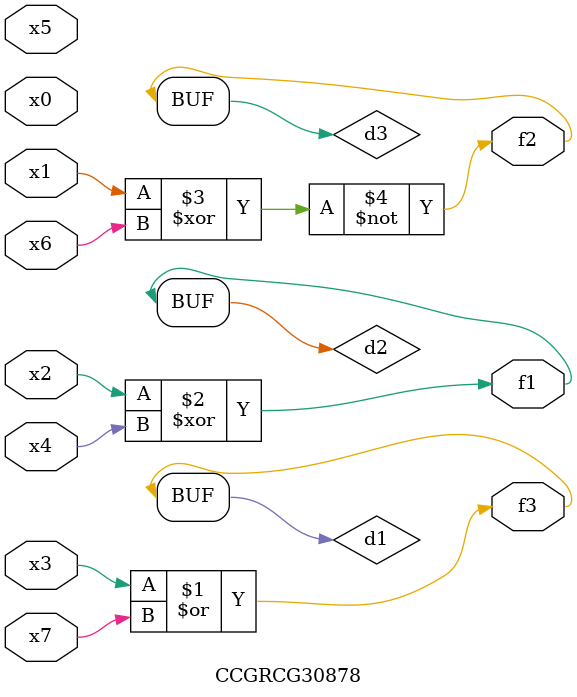
<source format=v>
module CCGRCG30878(
	input x0, x1, x2, x3, x4, x5, x6, x7,
	output f1, f2, f3
);

	wire d1, d2, d3;

	or (d1, x3, x7);
	xor (d2, x2, x4);
	xnor (d3, x1, x6);
	assign f1 = d2;
	assign f2 = d3;
	assign f3 = d1;
endmodule

</source>
